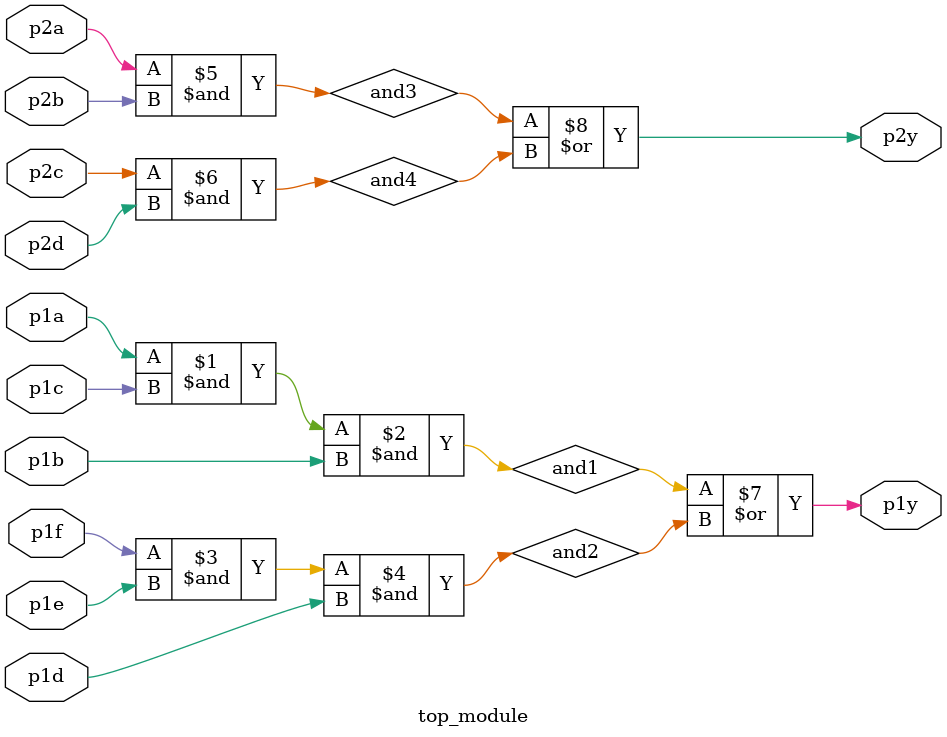
<source format=v>
module top_module ( 
    input p1a, p1b, p1c, p1d, p1e, p1f,
    output p1y,
    input p2a, p2b, p2c, p2d,
    output p2y );

    wire and1, and2, and3, and4;
    assign and1 = p1a & p1c & p1b;
    assign and2 = p1f & p1e & p1d;
    assign and3 = p2a & p2b;
    assign and4 = p2c & p2d;
    assign { p2y, p1y } = { and3 | and4, and1 | and2 };
    
endmodule

</source>
